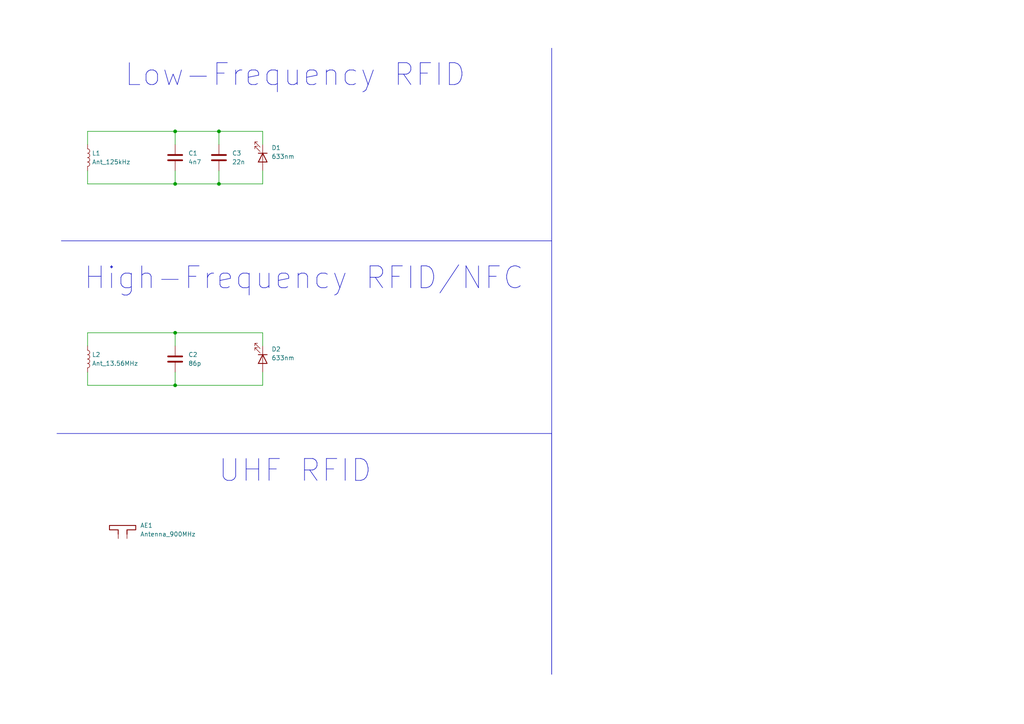
<source format=kicad_sch>
(kicad_sch (version 20250114) (generator "eeschema") (generator_version "9.0")
  (paper "A4")
  (lib_symbols
    (symbol "Device:Antenna_Dipole" (pin_numbers (hide yes)) (pin_names (offset 1.016) (hide yes))
      (property "Reference" "AE" (at 1.27 1.27 0))
      (property "Value" "Antenna_Dipole" (at 1.27 0 0))
      (symbol "Antenna_Dipole_0_1"
        (polyline (pts (xy 2.54 -3.81) (xy 2.54 -2.54) (xy 5.08 -2.54) (xy 5.08 -1.27) (xy -2.54 -1.27) (xy -2.54 -2.54) (xy 0 -2.54) (xy 0 -3.81)) (stroke (width 0.254)))
      )
      (symbol "Antenna_Dipole_1_1"
        (pin input line (at 0 -5.08 90) (length 2.54) (name "~") (number "1"))
        (pin input line (at 2.54 -5.08 90) (length 2.54) (name "~") (number "2"))
      )
    )
    (symbol "Device:C" (pin_numbers (hide yes)) (pin_names (offset 0.254))
      (property "Reference" "C" (at 0.635 2.54 0))
      (property "Value" "C" (at 0.635 -2.54 0))
      (symbol "C_0_1"
        (polyline (pts (xy -2.032 0.762) (xy 2.032 0.762)) (stroke (width 0.508)))
        (polyline (pts (xy -2.032 -0.762) (xy 2.032 -0.762)) (stroke (width 0.508)))
      )
      (symbol "C_1_1"
        (pin passive line (at 0 3.81 270) (length 2.794) (name "~") (number "1"))
        (pin passive line (at 0 -3.81 90) (length 2.794) (name "~") (number "2"))
      )
    )
    (symbol "Device:L" (pin_numbers (hide yes)) (pin_names (offset 1.016) (hide yes))
      (property "Reference" "L" (at -1.27 0 90))
      (property "Value" "L" (at 1.905 0 90))
      (symbol "L_0_1"
        (arc (start 0 2.54) (mid 0.6323 1.905) (end 0 1.27))
        (arc (start 0 1.27) (mid 0.6323 0.635) (end 0 0))
        (arc (start 0 0) (mid 0.6323 -0.635) (end 0 -1.27))
        (arc (start 0 -1.27) (mid 0.6323 -1.905) (end 0 -2.54))
      )
      (symbol "L_1_1"
        (pin passive line (at 0 3.81 270) (length 1.27) (name "1") (number "1"))
        (pin passive line (at 0 -3.81 90) (length 1.27) (name "2") (number "2"))
      )
    )
    (symbol "Device:LED" (pin_numbers (hide yes)) (pin_names (offset 1.016) (hide yes))
      (property "Reference" "D" (at 0 2.54 0))
      (property "Value" "LED" (at 0 -2.54 0))
      (symbol "LED_0_1"
        (polyline (pts (xy -3.048 -0.762) (xy -4.572 -2.286) (xy -3.81 -2.286) (xy -4.572 -2.286) (xy -4.572 -1.524)))
        (polyline (pts (xy -1.778 -0.762) (xy -3.302 -2.286) (xy -2.54 -2.286) (xy -3.302 -2.286) (xy -3.302 -1.524)))
        (polyline (pts (xy -1.27 0) (xy 1.27 0)))
        (polyline (pts (xy -1.27 -1.27) (xy -1.27 1.27)) (stroke (width 0.254)))
        (polyline (pts (xy 1.27 -1.27) (xy 1.27 1.27) (xy -1.27 0) (xy 1.27 -1.27)) (stroke (width 0.254)))
      )
      (symbol "LED_1_1"
        (pin passive line (at -3.81 0 0) (length 2.54) (name "K") (number "1"))
        (pin passive line (at 3.81 0 180) (length 2.54) (name "A") (number "2"))
      )
    )
  )
  (text "UHF RFID" (at 85.598 136.652 0) (effects (font (size 6.35 6.35))))
  (text "High-Frequency RFID/NFC" (at 88.138 80.772 0) (effects (font (size 6.35 6.35))))
  (text "Low-Frequency RFID" (at 85.598 21.844 0) (effects (font (size 6.35 6.35))))
  (junction (at 50.8 96.52))
  (junction (at 50.8 38.1))
  (junction (at 50.8 53.34))
  (junction (at 63.5 38.1))
  (junction (at 50.8 111.76))
  (junction (at 63.5 53.34))
  (wire (pts (xy 76.2 111.76) (xy 76.2 107.95)))
  (wire (pts (xy 25.4 49.53) (xy 25.4 53.34)))
  (wire (pts (xy 25.4 41.91) (xy 25.4 38.1)))
  (wire (pts (xy 63.5 38.1) (xy 63.5 41.91)))
  (wire (pts (xy 50.8 96.52) (xy 76.2 96.52)))
  (wire (pts (xy 25.4 111.76) (xy 25.4 107.95)))
  (wire (pts (xy 50.8 41.91) (xy 50.8 38.1)))
  (wire (pts (xy 25.4 96.52) (xy 25.4 100.33)))
  (wire (pts (xy 63.5 53.34) (xy 63.5 49.53)))
  (wire (pts (xy 50.8 49.53) (xy 50.8 53.34)))
  (wire (pts (xy 76.2 38.1) (xy 76.2 41.91)))
  (polyline (pts (xy 160.02 195.58) (xy 160.02 125.73)))
  (wire (pts (xy 50.8 53.34) (xy 63.5 53.34)))
  (wire (pts (xy 63.5 53.34) (xy 76.2 53.34)))
  (polyline (pts (xy 160.02 13.97) (xy 160.02 195.58)))
  (wire (pts (xy 50.8 96.52) (xy 50.8 100.33)))
  (wire (pts (xy 76.2 96.52) (xy 76.2 100.33)))
  (wire (pts (xy 63.5 38.1) (xy 76.2 38.1)))
  (wire (pts (xy 25.4 96.52) (xy 50.8 96.52)))
  (wire (pts (xy 76.2 53.34) (xy 76.2 49.53)))
  (wire (pts (xy 25.4 38.1) (xy 50.8 38.1)))
  (wire (pts (xy 50.8 38.1) (xy 63.5 38.1)))
  (wire (pts (xy 25.4 111.76) (xy 50.8 111.76)))
  (wire (pts (xy 25.4 53.34) (xy 50.8 53.34)))
  (wire (pts (xy 50.8 111.76) (xy 76.2 111.76)))
  (polyline (pts (xy 17.78 69.85) (xy 160.02 69.85)))
  (wire (pts (xy 50.8 111.76) (xy 50.8 107.95)))
  (polyline (pts (xy 16.51 125.73) (xy 160.02 125.73)))
  (symbol (lib_id "Device:LED") (at 76.2 104.14 270) (unit 1)
    (property "Reference" "D2" (at 78.74 101.2824 90) (effects (justify left)))
    (property "Value" "633nm" (at 78.74 103.8224 90) (effects (justify left)))
    (property "Footprint" "LED_SMD:LED_0603_1608Metric" (effects (hide yes)))
    (property "Description" "Light emitting diode" (effects (hide yes)))
    (property "Sim.Pins" "1=K 2=A" (effects (hide yes)))
  )
  (symbol (lib_id "Device:L") (at 25.4 45.72 0) (unit 1)
    (property "Reference" "L1" (at 26.67 44.4499 0) (effects (justify left)))
    (property "Value" "Ant_125kHz" (at 26.67 46.9899 0) (effects (justify left)))
    (property "Footprint" "Library:Antenna_lf" (effects (hide yes)))
    (property "Description" "Inductor" (effects (hide yes)))
  )
  (symbol (lib_id "Device:C") (at 50.8 45.72 0) (unit 1)
    (property "Reference" "C1" (at 54.61 44.4499 0) (effects (justify left)))
    (property "Value" "4n7" (at 54.61 46.9899 0) (effects (justify left)))
    (property "Footprint" "Capacitor_SMD:C_0603_1608Metric" (effects (hide yes)))
    (property "Description" "Unpolarized capacitor" (effects (hide yes)))
  )
  (symbol (lib_id "Device:LED") (at 76.2 45.72 270) (unit 1)
    (property "Reference" "D1" (at 78.74 42.8624 90) (effects (justify left)))
    (property "Value" "633nm" (at 78.74 45.4024 90) (effects (justify left)))
    (property "Footprint" "LED_SMD:LED_0603_1608Metric" (effects (hide yes)))
    (property "Description" "Light emitting diode" (effects (hide yes)))
    (property "Sim.Pins" "1=K 2=A" (effects (hide yes)))
  )
  (symbol (lib_id "Device:L") (at 25.4 104.14 0) (unit 1)
    (property "Reference" "L2" (at 26.67 102.8699 0) (effects (justify left)))
    (property "Value" "Ant_13.56MHz" (at 26.67 105.4099 0) (effects (justify left)))
    (property "Footprint" "Library:Antenna_nfc" (effects (hide yes)))
    (property "Description" "Inductor" (effects (hide yes)))
  )
  (symbol (lib_id "Device:Antenna_Dipole") (at 34.29 151.13 0) (unit 1)
    (property "Reference" "AE1" (at 40.64 152.3999 0) (effects (justify left)))
    (property "Value" "Antenna_900MHz" (at 40.64 154.9399 0) (effects (justify left)))
    (property "Footprint" "Library:Ant_915mhz" (effects (hide yes)))
    (property "Description" "Dipole antenna" (effects (hide yes)))
  )
  (symbol (lib_id "Device:C") (at 63.5 45.72 0) (unit 1)
    (property "Reference" "C3" (at 67.31 44.4499 0) (effects (justify left)))
    (property "Value" "22n" (at 67.31 46.9899 0) (effects (justify left)))
    (property "Footprint" "Capacitor_SMD:C_0603_1608Metric" (effects (hide yes)))
    (property "Description" "Unpolarized capacitor" (effects (hide yes)))
  )
  (symbol (lib_id "Device:C") (at 50.8 104.14 0) (unit 1)
    (property "Reference" "C2" (at 54.61 102.8699 0) (effects (justify left)))
    (property "Value" "86p" (at 54.61 105.4099 0) (effects (justify left)))
    (property "Footprint" "Capacitor_SMD:C_0603_1608Metric" (effects (hide yes)))
    (property "Description" "Unpolarized capacitor" (effects (hide yes)))
  )
)
</source>
